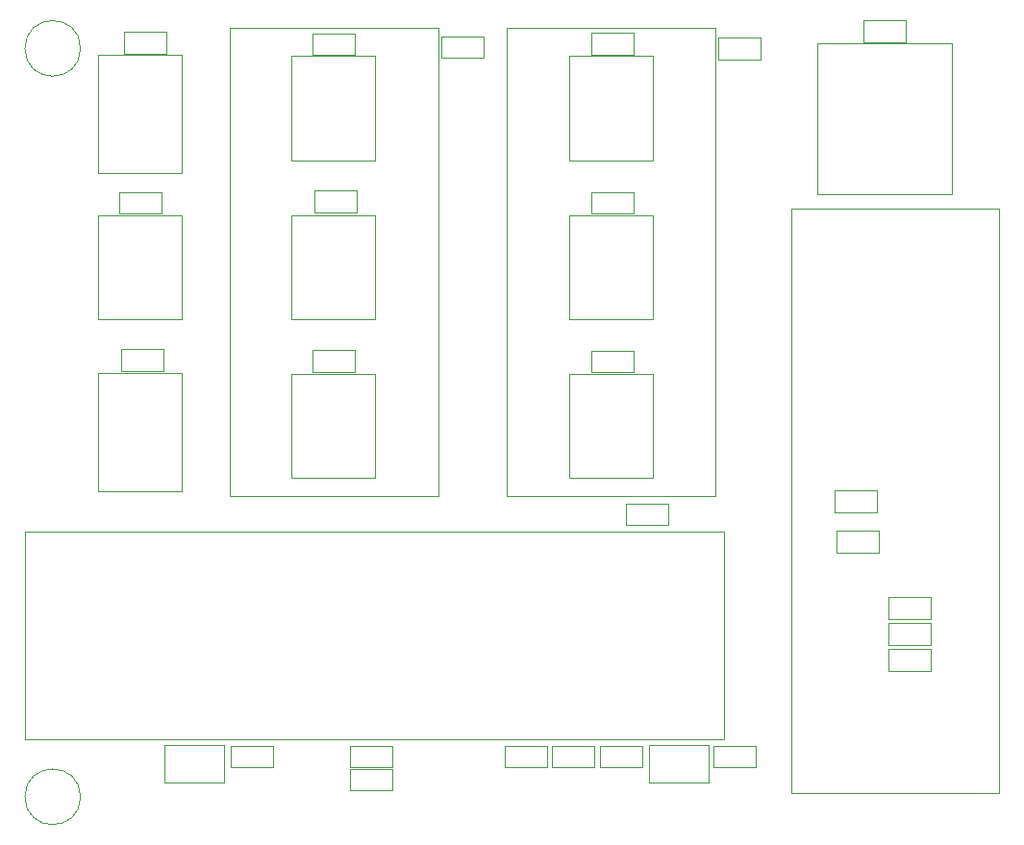
<source format=gbr>
G04 #@! TF.GenerationSoftware,KiCad,Pcbnew,(5.1.2-1)-1*
G04 #@! TF.CreationDate,2020-06-29T00:37:08+01:00*
G04 #@! TF.ProjectId,tranZPUter-SW_v1_1,7472616e-5a50-4557-9465-722d53575f76,rev?*
G04 #@! TF.SameCoordinates,Original*
G04 #@! TF.FileFunction,Other,User*
%FSLAX46Y46*%
G04 Gerber Fmt 4.6, Leading zero omitted, Abs format (unit mm)*
G04 Created by KiCad (PCBNEW (5.1.2-1)-1) date 2020-06-29 00:37:08*
%MOMM*%
%LPD*%
G04 APERTURE LIST*
%ADD10C,0.050000*%
G04 APERTURE END LIST*
D10*
X149261000Y-76400000D02*
X130911000Y-76400000D01*
X149261000Y-117700000D02*
X149261000Y-76400000D01*
X130911000Y-117700000D02*
X149261000Y-117700000D01*
X130911000Y-76400000D02*
X130911000Y-117700000D01*
X173645000Y-76400000D02*
X155295000Y-76400000D01*
X173645000Y-117700000D02*
X173645000Y-76400000D01*
X155295000Y-117700000D02*
X173645000Y-117700000D01*
X155295000Y-76400000D02*
X155295000Y-117700000D01*
X194525000Y-77805000D02*
X182665000Y-77805000D01*
X194525000Y-91105000D02*
X194525000Y-77805000D01*
X182665000Y-91105000D02*
X194525000Y-91105000D01*
X182665000Y-77805000D02*
X182665000Y-91105000D01*
X117766000Y-144145000D02*
G75*
G03X117766000Y-144145000I-2450000J0D01*
G01*
X117766000Y-78232000D02*
G75*
G03X117766000Y-78232000I-2450000J0D01*
G01*
X198664000Y-92380000D02*
X180314000Y-92380000D01*
X198664000Y-143830000D02*
X198664000Y-92380000D01*
X180314000Y-143830000D02*
X198664000Y-143830000D01*
X180314000Y-92380000D02*
X180314000Y-143830000D01*
X149534000Y-77155000D02*
X153234000Y-77155000D01*
X149534000Y-79055000D02*
X149534000Y-77155000D01*
X153234000Y-79055000D02*
X149534000Y-79055000D01*
X153234000Y-77155000D02*
X153234000Y-79055000D01*
X192604000Y-130744000D02*
X188904000Y-130744000D01*
X192604000Y-128844000D02*
X192604000Y-130744000D01*
X188904000Y-128844000D02*
X192604000Y-128844000D01*
X188904000Y-130744000D02*
X188904000Y-128844000D01*
X188904000Y-131130000D02*
X192604000Y-131130000D01*
X188904000Y-133030000D02*
X188904000Y-131130000D01*
X192604000Y-133030000D02*
X188904000Y-133030000D01*
X192604000Y-131130000D02*
X192604000Y-133030000D01*
X184205000Y-117160000D02*
X187905000Y-117160000D01*
X184205000Y-119060000D02*
X184205000Y-117160000D01*
X187905000Y-119060000D02*
X184205000Y-119060000D01*
X187905000Y-117160000D02*
X187905000Y-119060000D01*
X126700000Y-92920000D02*
X119300000Y-92920000D01*
X126700000Y-102080000D02*
X126700000Y-92920000D01*
X119300000Y-102080000D02*
X126700000Y-102080000D01*
X119300000Y-92920000D02*
X119300000Y-102080000D01*
X168200000Y-78920000D02*
X160800000Y-78920000D01*
X168200000Y-88080000D02*
X168200000Y-78920000D01*
X160800000Y-88080000D02*
X168200000Y-88080000D01*
X160800000Y-78920000D02*
X160800000Y-88080000D01*
X143700000Y-78920000D02*
X136300000Y-78920000D01*
X143700000Y-88080000D02*
X143700000Y-78920000D01*
X136300000Y-88080000D02*
X143700000Y-88080000D01*
X136300000Y-78920000D02*
X136300000Y-88080000D01*
X168200000Y-92920000D02*
X160800000Y-92920000D01*
X168200000Y-102080000D02*
X168200000Y-92920000D01*
X160800000Y-102080000D02*
X168200000Y-102080000D01*
X160800000Y-92920000D02*
X160800000Y-102080000D01*
X143700000Y-92920000D02*
X136300000Y-92920000D01*
X143700000Y-102080000D02*
X143700000Y-92920000D01*
X136300000Y-102080000D02*
X143700000Y-102080000D01*
X136300000Y-92920000D02*
X136300000Y-102080000D01*
X192604000Y-128458000D02*
X188904000Y-128458000D01*
X192604000Y-126558000D02*
X192604000Y-128458000D01*
X188904000Y-126558000D02*
X192604000Y-126558000D01*
X188904000Y-128458000D02*
X188904000Y-126558000D01*
X124913000Y-92771000D02*
X121213000Y-92771000D01*
X124913000Y-90871000D02*
X124913000Y-92771000D01*
X121213000Y-90871000D02*
X124913000Y-90871000D01*
X121213000Y-92771000D02*
X121213000Y-90871000D01*
X162742000Y-76875000D02*
X166442000Y-76875000D01*
X162742000Y-78775000D02*
X162742000Y-76875000D01*
X166442000Y-78775000D02*
X162742000Y-78775000D01*
X166442000Y-76875000D02*
X166442000Y-78775000D01*
X138231000Y-76901000D02*
X141931000Y-76901000D01*
X138231000Y-78801000D02*
X138231000Y-76901000D01*
X141931000Y-78801000D02*
X138231000Y-78801000D01*
X141931000Y-76901000D02*
X141931000Y-78801000D01*
X162742000Y-90871000D02*
X166442000Y-90871000D01*
X162742000Y-92771000D02*
X162742000Y-90871000D01*
X166442000Y-92771000D02*
X162742000Y-92771000D01*
X166442000Y-90871000D02*
X166442000Y-92771000D01*
X125142000Y-139574000D02*
X130382000Y-139574000D01*
X125142000Y-142874000D02*
X125142000Y-139574000D01*
X130382000Y-142874000D02*
X125142000Y-142874000D01*
X130382000Y-139574000D02*
X130382000Y-142874000D01*
X167814000Y-139574000D02*
X173054000Y-139574000D01*
X167814000Y-142874000D02*
X167814000Y-139574000D01*
X173054000Y-142874000D02*
X167814000Y-142874000D01*
X173054000Y-139574000D02*
X173054000Y-142874000D01*
X130992000Y-139639000D02*
X134692000Y-139639000D01*
X130992000Y-141539000D02*
X130992000Y-139639000D01*
X134692000Y-141539000D02*
X130992000Y-141539000D01*
X134692000Y-139639000D02*
X134692000Y-141539000D01*
X174447000Y-139101000D02*
X174447000Y-120751000D01*
X112847000Y-139101000D02*
X174447000Y-139101000D01*
X112847000Y-120751000D02*
X112847000Y-139101000D01*
X174447000Y-120751000D02*
X112847000Y-120751000D01*
X126700000Y-78800000D02*
X119300000Y-78800000D01*
X126700000Y-89200000D02*
X126700000Y-78800000D01*
X119300000Y-89200000D02*
X126700000Y-89200000D01*
X119300000Y-78800000D02*
X119300000Y-89200000D01*
X119300000Y-106800000D02*
X119300000Y-117200000D01*
X119300000Y-117200000D02*
X126700000Y-117200000D01*
X126700000Y-117200000D02*
X126700000Y-106800000D01*
X126700000Y-106800000D02*
X119300000Y-106800000D01*
X143700000Y-106920000D02*
X136300000Y-106920000D01*
X143700000Y-116080000D02*
X143700000Y-106920000D01*
X136300000Y-116080000D02*
X143700000Y-116080000D01*
X136300000Y-106920000D02*
X136300000Y-116080000D01*
X168200000Y-106920000D02*
X160800000Y-106920000D01*
X168200000Y-116080000D02*
X168200000Y-106920000D01*
X160800000Y-116080000D02*
X168200000Y-116080000D01*
X160800000Y-106920000D02*
X160800000Y-116080000D01*
X141533000Y-139639000D02*
X145233000Y-139639000D01*
X141533000Y-141539000D02*
X141533000Y-139639000D01*
X145233000Y-141539000D02*
X141533000Y-141539000D01*
X145233000Y-139639000D02*
X145233000Y-141539000D01*
X159313000Y-139639000D02*
X163013000Y-139639000D01*
X159313000Y-141539000D02*
X159313000Y-139639000D01*
X163013000Y-141539000D02*
X159313000Y-141539000D01*
X163013000Y-139639000D02*
X163013000Y-141539000D01*
X165790000Y-118303000D02*
X169490000Y-118303000D01*
X165790000Y-120203000D02*
X165790000Y-118303000D01*
X169490000Y-120203000D02*
X165790000Y-120203000D01*
X169490000Y-118303000D02*
X169490000Y-120203000D01*
X177237000Y-141539000D02*
X173537000Y-141539000D01*
X177237000Y-139639000D02*
X177237000Y-141539000D01*
X173537000Y-139639000D02*
X177237000Y-139639000D01*
X173537000Y-141539000D02*
X173537000Y-139639000D01*
X141533000Y-141671000D02*
X145233000Y-141671000D01*
X141533000Y-143571000D02*
X141533000Y-141671000D01*
X145233000Y-143571000D02*
X141533000Y-143571000D01*
X145233000Y-141671000D02*
X145233000Y-143571000D01*
X158822000Y-141539000D02*
X155122000Y-141539000D01*
X158822000Y-139639000D02*
X158822000Y-141539000D01*
X155122000Y-139639000D02*
X158822000Y-139639000D01*
X155122000Y-141539000D02*
X155122000Y-139639000D01*
X163504000Y-139639000D02*
X167204000Y-139639000D01*
X163504000Y-141539000D02*
X163504000Y-139639000D01*
X167204000Y-141539000D02*
X163504000Y-141539000D01*
X167204000Y-139639000D02*
X167204000Y-141539000D01*
X125294000Y-78674000D02*
X121594000Y-78674000D01*
X125294000Y-76774000D02*
X125294000Y-78674000D01*
X121594000Y-76774000D02*
X125294000Y-76774000D01*
X121594000Y-78674000D02*
X121594000Y-76774000D01*
X121340000Y-106614000D02*
X121340000Y-104714000D01*
X121340000Y-104714000D02*
X125040000Y-104714000D01*
X125040000Y-104714000D02*
X125040000Y-106614000D01*
X125040000Y-106614000D02*
X121340000Y-106614000D01*
X190445000Y-77658000D02*
X186745000Y-77658000D01*
X190445000Y-75758000D02*
X190445000Y-77658000D01*
X186745000Y-75758000D02*
X190445000Y-75758000D01*
X186745000Y-77658000D02*
X186745000Y-75758000D01*
X141931000Y-106715000D02*
X138231000Y-106715000D01*
X141931000Y-104815000D02*
X141931000Y-106715000D01*
X138231000Y-104815000D02*
X141931000Y-104815000D01*
X138231000Y-106715000D02*
X138231000Y-104815000D01*
X184332000Y-120716000D02*
X188032000Y-120716000D01*
X184332000Y-122616000D02*
X184332000Y-120716000D01*
X188032000Y-122616000D02*
X184332000Y-122616000D01*
X188032000Y-120716000D02*
X188032000Y-122616000D01*
X142058000Y-92644000D02*
X138358000Y-92644000D01*
X142058000Y-90744000D02*
X142058000Y-92644000D01*
X138358000Y-90744000D02*
X142058000Y-90744000D01*
X138358000Y-92644000D02*
X138358000Y-90744000D01*
X173918000Y-77282000D02*
X177618000Y-77282000D01*
X173918000Y-79182000D02*
X173918000Y-77282000D01*
X177618000Y-79182000D02*
X173918000Y-79182000D01*
X177618000Y-77282000D02*
X177618000Y-79182000D01*
X166442000Y-106741000D02*
X162742000Y-106741000D01*
X166442000Y-104841000D02*
X166442000Y-106741000D01*
X162742000Y-104841000D02*
X166442000Y-104841000D01*
X162742000Y-106741000D02*
X162742000Y-104841000D01*
M02*

</source>
